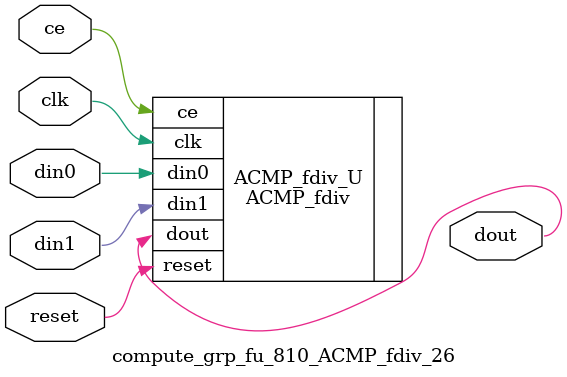
<source format=v>

`timescale 1 ns / 1 ps
module compute_grp_fu_810_ACMP_fdiv_26(
    clk,
    reset,
    ce,
    din0,
    din1,
    dout);

parameter ID = 32'd1;
parameter NUM_STAGE = 32'd1;
parameter din0_WIDTH = 32'd1;
parameter din1_WIDTH = 32'd1;
parameter dout_WIDTH = 32'd1;
input clk;
input reset;
input ce;
input[din0_WIDTH - 1:0] din0;
input[din1_WIDTH - 1:0] din1;
output[dout_WIDTH - 1:0] dout;



ACMP_fdiv #(
.ID( ID ),
.NUM_STAGE( 10 ),
.din0_WIDTH( din0_WIDTH ),
.din1_WIDTH( din1_WIDTH ),
.dout_WIDTH( dout_WIDTH ))
ACMP_fdiv_U(
    .clk( clk ),
    .reset( reset ),
    .ce( ce ),
    .din0( din0 ),
    .din1( din1 ),
    .dout( dout ));

endmodule

</source>
